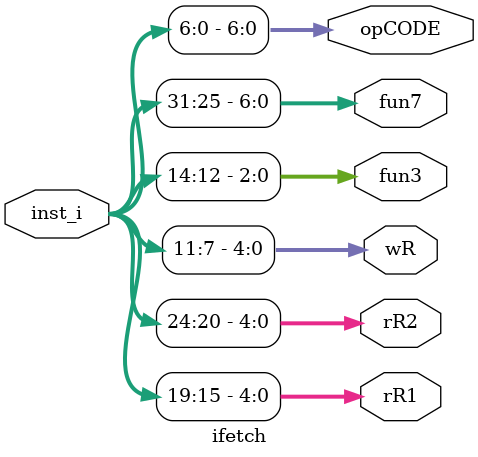
<source format=v>
`timescale 1ns / 1ps

module ifetch(
     //from inst_rom
    input   [31:0]   inst_i,
    // to ex
    output  wire [4:0] rR1,
    output  wire [4:0] rR2,
    output  wire [4:0] wR,
    //to CTRL
    output wire [2:0] fun3,
    output wire [6:0] fun7,
    output wire [6:0] opCODE 
         
    );
    assign rR1 = inst_i[19:15];
    assign rR2 = inst_i[24:20];
    assign wR = inst_i[11:7];
    assign fun3 = inst_i[14:12];
    assign fun7 = inst_i[31:25];
    assign opCODE = inst_i[6:0];
 
    

endmodule

</source>
